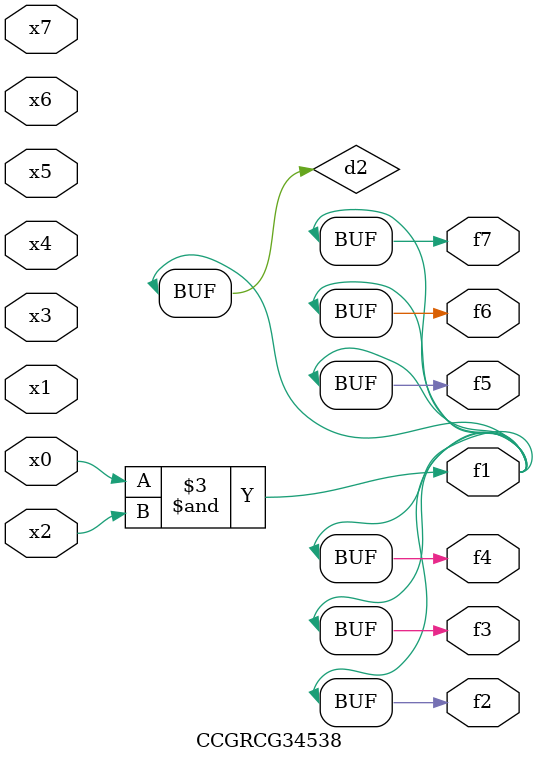
<source format=v>
module CCGRCG34538(
	input x0, x1, x2, x3, x4, x5, x6, x7,
	output f1, f2, f3, f4, f5, f6, f7
);

	wire d1, d2;

	nor (d1, x3, x6);
	and (d2, x0, x2);
	assign f1 = d2;
	assign f2 = d2;
	assign f3 = d2;
	assign f4 = d2;
	assign f5 = d2;
	assign f6 = d2;
	assign f7 = d2;
endmodule

</source>
